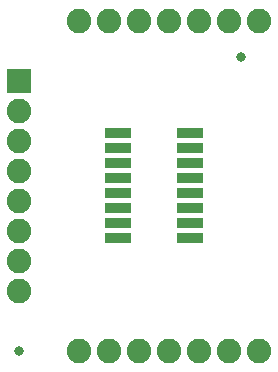
<source format=gbr>
G04 EAGLE Gerber RS-274X export*
G75*
%MOMM*%
%FSLAX34Y34*%
%LPD*%
%INSoldermask Top*%
%IPPOS*%
%AMOC8*
5,1,8,0,0,1.08239X$1,22.5*%
G01*
%ADD10R,2.235200X0.863600*%
%ADD11R,2.082800X2.082800*%
%ADD12C,2.082800*%
%ADD13C,0.838200*%


D10*
X96266Y196850D03*
X96266Y184150D03*
X96266Y171450D03*
X96266Y158750D03*
X96266Y146050D03*
X96266Y133350D03*
X96266Y120650D03*
X96266Y107950D03*
X157734Y107950D03*
X157734Y120650D03*
X157734Y133350D03*
X157734Y146050D03*
X157734Y158750D03*
X157734Y171450D03*
X157734Y184150D03*
X157734Y196850D03*
D11*
X12700Y241300D03*
D12*
X12700Y215900D03*
X12700Y190500D03*
X12700Y165100D03*
X12700Y139700D03*
X12700Y114300D03*
X12700Y88900D03*
X12700Y63500D03*
X63500Y292100D03*
X88900Y292100D03*
X114300Y292100D03*
X139700Y292100D03*
X165100Y292100D03*
X190500Y292100D03*
X215900Y292100D03*
X63500Y12700D03*
X88900Y12700D03*
X114300Y12700D03*
X139700Y12700D03*
X165100Y12700D03*
X190500Y12700D03*
X215900Y12700D03*
D13*
X12700Y12700D03*
X200660Y261620D03*
M02*

</source>
